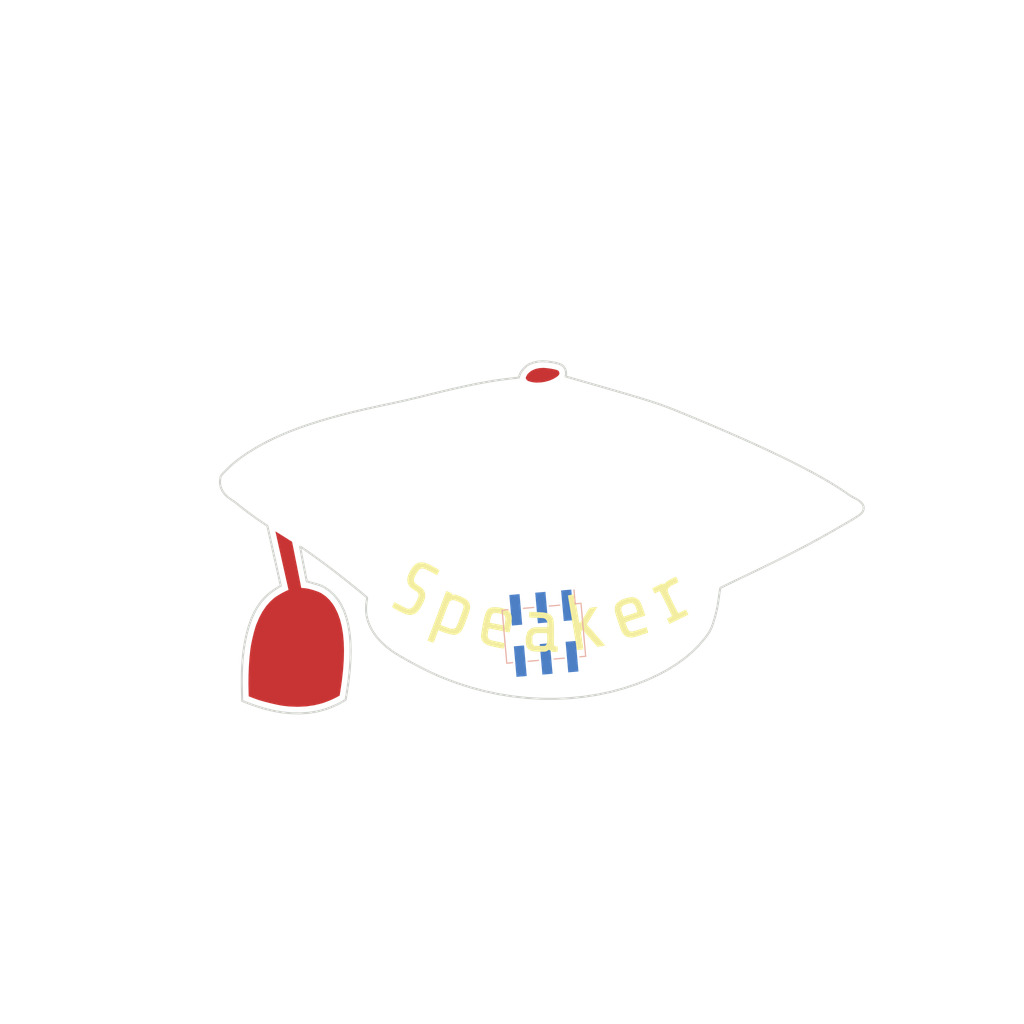
<source format=kicad_pcb>
(kicad_pcb (version 20221018) (generator pcbnew)
  (layers (0 "F.Cu" signal) (31 "B.Cu" signal) (34 "B.Paste" user) (35 "F.Paste" user) (36 "B.SilkS" user "B.Silkscreen") (37 "F.SilkS" user "F.Silkscreen") (38 "B.Mask" user) (39 "F.Mask" user) (44 "Edge.Cuts" user))
  (net 0 "")
  (footprint "LOGO" (layer "F.Cu") (at 149.430344 93.524655 -15)
    (fp_text reference "G***" hide)
    (fp_text value "LOGO" hide)
    (fp_poly (pts (xy 2.577024 -13.952746) (xy 2.674636 -13.932868) (xy 2.746643 -13.890143) (xy 2.781238 -13.858234) (xy 2.863001 -13.739565) (xy 2.875692 -13.609354) (xy 2.818252 -13.458462) (xy 2.718004 -13.312797) (xy 2.447611 -13.027273) (xy 2.113728 -12.76732) (xy 1.732406 -12.542445) (xy 1.319698 -12.362155) (xy 0.904551 -12.23886) (xy 0.683351 -12.200763) (xy 0.450197 -12.180758) (xy 0.234691 -12.180153) (xy 0.066434 -12.200257) (xy 0.060863 -12.201569) (xy -0.027327 -12.242849) (xy -0.115429 -12.308444) (xy -0.175381 -12.377957) (xy -0.195477 -12.457655) (xy -0.186621 -12.572444) (xy -0.110954 -12.838198) (xy 0.037243 -13.090049) (xy 0.249603 -13.32051) (xy 0.51776 -13.52209) (xy 0.833346 -13.687299) (xy 1.187996 -13.808649) (xy 1.196965 -13.810973) (xy 1.423865 -13.858751) (xy 1.699922 -13.900981) (xy 1.993159 -13.933854) (xy 2.271602 -13.953558) (xy 2.426206 -13.957495)) (fill solid) (layer "F.Cu"))
    (fp_poly (pts (xy -19.908743 8.421137) (xy -19.806004 8.450406) (xy -19.651994 8.495963) (xy -19.459787 8.553789) (xy -19.242456 8.619863) (xy -19.013075 8.690168) (xy -18.784717 8.760684) (xy -18.570457 8.827391) (xy -18.383367 8.886271) (xy -18.236522 8.933305) (xy -18.142995 8.964473) (xy -18.115301 8.975326) (xy -18.095223 9.013353) (xy -18.042575 9.117644) (xy -17.960609 9.281647) (xy -17.852577 9.498811) (xy -17.72173 9.762582) (xy -17.571319 10.066411) (xy -17.404595 10.403743) (xy -17.22481 10.768027) (xy -17.089547 11.04242) (xy -16.078112 13.095195) (xy -15.778752 13.036702) (xy -15.541378 13.0055) (xy -15.253491 12.991024) (xy -14.939384 12.992375) (xy -14.623348 13.008652) (xy -14.329678 13.038957) (xy -14.082664 13.082391) (xy -14.005355 13.102363) (xy -13.537806 13.276447) (xy -13.096996 13.520071) (xy -12.676322 13.837342) (xy -12.38662 14.109182) (xy -11.989241 14.564736) (xy -11.622252 15.092645) (xy -11.285523 15.69329) (xy -10.978923 16.367055) (xy -10.702319 17.114322) (xy -10.45558 17.935475) (xy -10.238576 18.830897) (xy -10.051175 19.800969) (xy -9.893245 20.846076) (xy -9.796023 21.660973) (xy -9.729409 22.283767) (xy -9.88587 22.445849) (xy -10.049251 22.601309) (xy -10.262683 22.784294) (xy -10.507052 22.979885) (xy -10.763246 23.173161) (xy -11.012149 23.349204) (xy -11.201517 23.472789) (xy -11.879374 23.846386) (xy -12.608457 24.15904) (xy -13.384997 24.409479) (xy -14.205223 24.596431) (xy -14.809904 24.689665) (xy -15.086948 24.717422) (xy -15.423416 24.740227) (xy -15.797702 24.757541) (xy -16.188197 24.768825) (xy -16.573297 24.773541) (xy -16.931395 24.771151) (xy -17.240884 24.761114) (xy -17.366134 24.7534) (xy -17.578178 24.736456) (xy -17.791989 24.717502) (xy -17.974627 24.699533) (xy -18.045352 24.691688) (xy -18.298531 24.661777) (xy -18.375986 24.411008) (xy -18.624364 23.55828) (xy -18.848636 22.690178) (xy -19.044107 21.827488) (xy -19.206084 20.990998) (xy -19.329871 20.201497) (xy -19.334681 20.165814) (xy -19.369591 19.846086) (xy -19.396817 19.477946) (xy -19.415804 19.082939) (xy -19.425999 18.68261) (xy -19.426849 18.298503) (xy -19.417799 17.952164) (xy -19.39882 17.670447) (xy -19.299017 16.960307) (xy -19.1445 16.306261) (xy -18.935758 15.709716) (xy -18.673275 15.172076) (xy -18.380448 14.724952) (xy -18.253817 14.570765) (xy -18.085246 14.385433) (xy -17.893513 14.187789) (xy -17.697398 13.996665) (xy -17.515677 13.830896) (xy -17.369629 13.711172) (xy -17.231111 13.607929) (xy -18.591759 11.013629) (xy -18.814441 10.588816) (xy -19.02564 10.18546) (xy -19.222395 9.80924) (xy -19.401749 9.465836) (xy -19.560741 9.160928) (xy -19.696413 8.900196) (xy -19.805805 8.689319) (xy -19.885958 8.533977) (xy -19.933912 8.43985) (xy -19.947137 8.412174)) (fill solid) (layer "F.Cu"))
    (fp_poly (pts (xy 19.028155 2.559217) (xy 19.066728 2.590383) (xy 19.137256 2.665583) (xy 19.222537 2.764286) (xy 19.305365 2.865962) (xy 19.368536 2.950079) (xy 19.394846 2.996107) (xy 19.394889 2.996856) (xy 19.365866 3.034486) (xy 19.287103 3.112406) (xy 19.171052 3.218784) (xy 19.047369 3.327059) (xy 18.833686 3.522376) (xy 18.687089 3.688076) (xy 18.60366 3.833837) (xy 18.579484 3.969339) (xy 18.610644 4.104261) (xy 18.681499 4.231335) (xy 18.735815 4.302953) (xy 18.830562 4.419146) (xy 18.95736 4.570323) (xy 19.107831 4.746894) (xy 19.273597 4.939267) (xy 19.446278 5.137853) (xy 19.617495 5.333061) (xy 19.77887 5.515301) (xy 19.922025 5.674982) (xy 20.03858 5.802513) (xy 20.120156 5.888305) (xy 20.158375 5.922767) (xy 20.159457 5.923023) (xy 20.199445 5.897557) (xy 20.285715 5.829717) (xy 20.403914 5.731062) (xy 20.49033 5.656531) (xy 20.794557 5.390978) (xy 20.981015 5.603578) (xy 21.167474 5.816178) (xy 20.494201 6.404057) (xy 20.290633 6.582008) (xy 20.101881 6.747391) (xy 19.938587 6.890849) (xy 19.811395 7.003025) (xy 19.730949 7.074565) (xy 19.715622 7.08844) (xy 19.610317 7.184944) (xy 19.421506 6.963938) (xy 19.232694 6.742931) (xy 19.435516 6.573118) (xy 19.539407 6.481969) (xy 19.612548 6.409839) (xy 19.638339 6.373978) (xy 19.612616 6.335907) (xy 19.540564 6.246336) (xy 19.429858 6.114022) (xy 19.288175 5.947721) (xy 19.123189 5.756189) (xy 18.942577 5.548182) (xy 18.754013 5.332455) (xy 18.565174 5.117765) (xy 18.383735 4.912869) (xy 18.217372 4.726522) (xy 18.073761 4.567479) (xy 17.960576 4.444498) (xy 17.885493 4.366334) (xy 17.856689 4.341533) (xy 17.81136 4.366472) (xy 17.725614 4.431513) (xy 17.629423 4.512706) (xy 17.434959 4.68388) (xy 17.258534 4.483386) (xy 17.168568 4.377739) (xy 17.105006 4.296593) (xy 17.082109 4.258681) (xy 17.110956 4.224639) (xy 17.190173 4.147757) (xy 17.30877 4.038305) (xy 17.455761 3.90655) (xy 17.510768 3.858046) (xy 17.681428 3.709471) (xy 17.802751 3.60859) (xy 17.885535 3.548605) (xy 17.940577 3.522722) (xy 17.978675 3.524143) (xy 18.008918 3.544511) (xy 18.051568 3.574256) (xy 18.086359 3.562521) (xy 18.127473 3.497144) (xy 18.171041 3.40548) (xy 18.240461 3.284345) (xy 18.345291 3.154768) (xy 18.497526 3.003159) (xy 18.634992 2.879895) (xy 18.779703 2.755465) (xy 18.901786 2.653707) (xy 18.988676 2.584871) (xy 19.027804 2.559207)) (fill solid) (layer "F.SilkS"))
    (fp_poly (pts (xy 3.905947 9.948104) (xy 4.121783 10.030801) (xy 4.267304 10.134562) (xy 4.383321 10.25284) (xy 4.474875 10.381816) (xy 4.545551 10.533529) (xy 4.598934 10.720022) (xy 4.638611 10.953334) (xy 4.668166 11.245508) (xy 4.687895 11.547082) (xy 4.714875 12.037455) (xy 3.929722 12.086615) (xy 3.666354 12.103511) (xy 3.413209 12.12049) (xy 3.18827 12.136289) (xy 3.009525 12.149649) (xy 2.900056 12.158822) (xy 2.655544 12.181869) (xy 2.668732 12.471366) (xy 2.697622 12.749463) (xy 2.757095 12.957579) (xy 2.849417 13.101784) (xy 2.927249 13.16361) (xy 2.981984 13.191788) (xy 3.043859 13.210876) (xy 3.127009 13.221725) (xy 3.245568 13.225188) (xy 3.413672 13.222115) (xy 3.645455 13.21336) (xy 3.7083 13.210673) (xy 3.936412 13.199764) (xy 4.140898 13.188045) (xy 4.305778 13.176579) (xy 4.415073 13.166432) (xy 4.447213 13.161446) (xy 4.493294 13.157103) (xy 4.522253 13.18292) (xy 4.541427 13.255144) (xy 4.558149 13.39002) (xy 4.560448 13.412255) (xy 4.57208 13.551724) (xy 4.57577 13.655704) (xy 4.570753 13.701558) (xy 4.522183 13.713623) (xy 4.408655 13.727659) (xy 4.246301 13.742569) (xy 4.051254 13.757254) (xy 3.839648 13.770617) (xy 3.627617 13.781558) (xy 3.431292 13.78898) (xy 3.266807 13.791785) (xy 3.246007 13.79174) (xy 3.056545 13.783469) (xy 2.870991 13.763309) (xy 2.724926 13.735325) (xy 2.706654 13.730105) (xy 2.49383 13.625333) (xy 2.308754 13.459371) (xy 2.17115 13.25178) (xy 2.134089 13.162255) (xy 2.106927 13.048248) (xy 2.078723 12.868361) (xy 2.050698 12.637834) (xy 2.024072 12.371907) (xy 2.000066 12.085818) (xy 1.979902 11.794807) (xy 1.964799 11.514113) (xy 1.955978 11.258975) (xy 1.955453 11.173525) (xy 2.584578 11.173525) (xy 2.588836 11.274914) (xy 2.605869 11.614844) (xy 2.895507 11.590685) (xy 3.065565 11.577431) (xy 3.281906 11.561884) (xy 3.509801 11.546498) (xy 3.623618 11.539233) (xy 4.062093 11.511941) (xy 4.034839 11.182887) (xy 4.001068 10.9166) (xy 3.943668 10.721969) (xy 3.852752 10.590673) (xy 3.718434 10.514392) (xy 3.530828 10.484803) (xy 3.280048 10.493586) (xy 3.222472 10.499108) (xy 2.979954 10.531943) (xy 2.804855 10.580763) (xy 2.687471 10.657451) (xy 2.6181 10.773887) (xy 2.587036 10.941951) (xy 2.584578 11.173525) (xy 1.955453 11.173525) (xy 1.954661 11.044633) (xy 1.957302 10.955271) (xy 1.985788 10.688322) (xy 2.048147 10.470928) (xy 2.151455 10.29768) (xy 2.302789 10.163168) (xy 2.509224 10.061984) (xy 2.777838 9.988718) (xy 3.115705 9.937962) (xy 3.312466 9.919362) (xy 3.639267 9.911655)) (fill solid) (layer "F.SilkS"))
    (fp_poly (pts (xy 9.93144 6.890093) (xy 9.960489 6.952979) (xy 10.018655 7.079922) (xy 10.10146 7.261112) (xy 10.204425 7.486737) (xy 10.32307 7.746985) (xy 10.452918 8.032046) (xy 10.524202 8.188634) (xy 10.656471 8.477312) (xy 10.779063 8.741177) (xy 10.887751 8.971414) (xy 10.978306 9.15921) (xy 11.046501 9.295754) (xy 11.088109 9.372232) (xy 11.098414 9.385599) (xy 11.119274 9.350813) (xy 11.159424 9.249214) (xy 11.215047 9.09178) (xy 11.282326 8.889491) (xy 11.357443 8.653324) (xy 11.392941 8.538417) (xy 11.654613 7.683703) (xy 11.998414 7.531116) (xy 12.149799 7.466323) (xy 12.270985 7.418964) (xy 12.344754 7.395541) (xy 12.358732 7.395046) (xy 12.35197 7.436765) (xy 12.324194 7.545234) (xy 12.278445 7.709701) (xy 12.217766 7.919415) (xy 12.145196 8.163624) (xy 12.086746 8.356563) (xy 11.996943 8.657026) (xy 11.925128 8.910451) (xy 11.873065 9.109943) (xy 11.842517 9.248608) (xy 11.835248 9.319552) (xy 11.838453 9.32706) (xy 11.956012 9.402864) (xy 12.117272 9.508659) (xy 12.312797 9.638092) (xy 12.533154 9.78481) (xy 12.768909 9.942462) (xy 13.010627 10.104697) (xy 13.248874 10.265161) (xy 13.474216 10.417505) (xy 13.677218 10.555374) (xy 13.848446 10.672418) (xy 13.978466 10.762285) (xy 14.057844 10.818623) (xy 14.078544 10.835266) (xy 14.044957 10.859378) (xy 13.956524 10.906071) (xy 13.833081 10.96618) (xy 13.694467 11.030539) (xy 13.560516 11.089982) (xy 13.451067 11.135344) (xy 13.385955 11.157459) (xy 13.379434 11.158294) (xy 13.33909 11.136201) (xy 13.241037 11.07401) (xy 13.094344 10.977729) (xy 12.908081 10.853368) (xy 12.691319 10.706935) (xy 12.460542 10.54952) (xy 12.223314 10.387534) (xy 12.008284 10.241776) (xy 11.824422 10.118239) (xy 11.680702 10.022919) (xy 11.586094 9.961811) (xy 11.549709 9.940894) (xy 11.525309 9.975693) (xy 11.494084 10.061488) (xy 11.488109 10.082243) (xy 11.477264 10.135543) (xy 11.477501 10.193513) (xy 11.492655 10.267412) (xy 11.526558 10.3685) (xy 11.583046 10.508037) (xy 11.665951 10.697283) (xy 11.779108 10.947498) (xy 11.793372 10.9788) (xy 11.896318 11.206285) (xy 11.985712 11.40704) (xy 12.056757 11.570024) (xy 12.104658 11.684194) (xy 12.124617 11.738508) (xy 12.124662 11.74145) (xy 12.073845 11.766295) (xy 11.975102 11.81212) (xy 11.854671 11.866961) (xy 11.73879 11.918854) (xy 11.665336 11.950911) (xy 11.543611 12.002788) (xy 10.552297 9.825595) (xy 10.368196 9.421249) (xy 10.190575 9.031111) (xy 10.022921 8.662842) (xy 9.868721 8.324105) (xy 9.731462 8.022559) (xy 9.614632 7.765866) (xy 9.521717 7.561687) (xy 9.456205 7.417683) (xy 9.426233 7.351753) (xy 9.291482 7.055104) (xy 9.585757 6.918045) (xy 9.880032 6.780986)) (fill solid) (layer "F.SilkS"))
    (fp_poly (pts (xy -4.817757 7.602105) (xy -4.668625 7.621478) (xy -4.487931 7.656092) (xy -4.257032 7.708696) (xy -4.11837 7.742251) (xy -3.901877 7.797334) (xy -3.716017 7.848567) (xy -3.573841 7.892031) (xy -3.488397 7.923808) (xy -3.469329 7.937118) (xy -3.477644 7.993168) (xy -3.499104 8.102797) (xy -3.524091 8.219525) (xy -3.578694 8.466048) (xy -4.213708 8.309332) (xy -4.547137 8.232564) (xy -4.814023 8.187733) (xy -5.024124 8.179143) (xy -5.187196 8.211099) (xy -5.312997 8.287904) (xy -5.411286 8.413865) (xy -5.491819 8.593284) (xy -5.564354 8.830466) (xy -5.586353 8.914862) (xy -5.643485 9.17812) (xy -5.660737 9.385749) (xy -5.631286 9.548255) (xy -5.548315 9.676142) (xy -5.405003 9.779914) (xy -5.19453 9.870075) (xy -4.910077 9.95713) (xy -4.909584 9.957266) (xy -4.635342 10.069287) (xy -4.414445 10.237703) (xy -4.253487 10.457363) (xy -4.243063 10.477665) (xy -4.170097 10.677496) (xy -4.139489 10.906698) (xy -4.151349 11.176383) (xy -4.20579 11.497661) (xy -4.255343 11.70591) (xy -4.325306 11.967184) (xy -4.386045 12.164979) (xy -4.444292 12.315383) (xy -4.506776 12.434484) (xy -4.580229 12.538368) (xy -4.626785 12.59376) (xy -4.794953 12.749219) (xy -4.989828 12.85758) (xy -5.219287 12.919758) (xy -5.491206 12.936668) (xy -5.813463 12.909228) (xy -6.193935 12.838354) (xy -6.370287 12.796528) (xy -6.57935 12.742773) (xy -6.76083 12.693077) (xy -6.89987 12.651742) (xy -6.981614 12.623071) (xy -6.995817 12.615383) (xy -7.004354 12.564185) (xy -6.997453 12.461222) (xy -6.979285 12.333472) (xy -6.954022 12.207916) (xy -6.925834 12.111532) (xy -6.913956 12.085948) (xy -6.871606 12.086709) (xy -6.764068 12.105179) (xy -6.604683 12.138611) (xy -6.40679 12.18426) (xy -6.250305 12.222561) (xy -5.96598 12.291046) (xy -5.746207 12.335642) (xy -5.577903 12.356082) (xy -5.447984 12.3521) (xy -5.343366 12.323428) (xy -5.250965 12.269801) (xy -5.168007 12.200503) (xy -5.103871 12.134376) (xy -5.053589 12.059595) (xy -5.009482 11.958528) (xy -4.96387 11.813545) (xy -4.909076 11.607015) (xy -4.908429 11.604473) (xy -4.843203 11.329759) (xy -4.805023 11.1177) (xy -4.792951 10.954777) (xy -4.806051 10.827472) (xy -4.843385 10.722264) (xy -4.846808 10.715521) (xy -4.884466 10.6557) (xy -4.936857 10.60734) (xy -5.018522 10.563243) (xy -5.144001 10.516215) (xy -5.327836 10.459059) (xy -5.419209 10.43226) (xy -5.730511 10.310375) (xy -5.974409 10.144396) (xy -6.152815 9.932423) (xy -6.267643 9.672557) (xy -6.29452 9.563285) (xy -6.312707 9.336417) (xy -6.291904 9.065266) (xy -6.237685 8.773367) (xy -6.155625 8.484256) (xy -6.051296 8.221469) (xy -5.930274 8.00854) (xy -5.924353 8.000271) (xy -5.749802 7.812298) (xy -5.538257 7.685842) (xy -5.278647 7.615527) (xy -5.095909 7.598082) (xy -4.95397 7.595222)) (fill solid) (layer "F.SilkS"))
    (fp_poly (pts (xy 15.797542 5.573483) (xy 15.961119 5.618161) (xy 16.11625 5.70086) (xy 16.271739 5.828728) (xy 16.436392 6.008913) (xy 16.619011 6.248565) (xy 16.812127 6.530225) (xy 17.119889 6.994476) (xy 16.279392 7.554631) (xy 16.04811 7.70974) (xy 15.840312 7.850958) (xy 15.665253 7.97184) (xy 15.532194 8.065944) (xy 15.45039 8.126826) (xy 15.428122 8.147105) (xy 15.443624 8.203275) (xy 15.500764 8.301885) (xy 15.586331 8.425566) (xy 15.687115 8.55695) (xy 15.789903 8.67867) (xy 15.881485 8.773358) (xy 15.938904 8.818618) (xy 16.022358 8.856333) (xy 16.110407 8.868605) (xy 16.21338 8.851509) (xy 16.341606 8.801122) (xy 16.505413 8.71352) (xy 16.715128 8.584777) (xy 16.939828 8.438328) (xy 17.125637 8.316051) (xy 17.286897 8.211276) (xy 17.411904 8.131497) (xy 17.488957 8.084212) (xy 17.507937 8.074441) (xy 17.538527 8.105284) (xy 17.596967 8.183158) (xy 17.668419 8.286079) (xy 17.738043 8.392065) (xy 17.791001 8.479131) (xy 17.812454 8.525294) (xy 17.81246 8.525584) (xy 17.77997 8.557968) (xy 17.691079 8.624291) (xy 17.558657 8.716219) (xy 17.395573 8.825418) (xy 17.214697 8.943556) (xy 17.028899 9.062298) (xy 16.851049 9.173312) (xy 16.694017 9.268264) (xy 16.570671 9.33882) (xy 16.505697 9.371748) (xy 16.288017 9.442802) (xy 16.05858 9.475657) (xy 15.847356 9.467666) (xy 15.735348 9.439809) (xy 15.532459 9.330404) (xy 15.331427 9.159961) (xy 15.240773 9.059809) (xy 15.176964 8.975408) (xy 15.079079 8.836801) (xy 14.956225 8.657743) (xy 14.817508 8.451991) (xy 14.672032 8.233303) (xy 14.528905 8.015434) (xy 14.397232 7.812142) (xy 14.286119 7.637183) (xy 14.204672 7.504314) (xy 14.16705 7.43768) (xy 14.055564 7.158882) (xy 14.024392 6.940368) (xy 14.660122 6.940368) (xy 14.665932 6.967982) (xy 14.701284 7.058871) (xy 14.765351 7.179857) (xy 14.846672 7.313794) (xy 14.933787 7.443534) (xy 15.015237 7.55193) (xy 15.079559 7.621835) (xy 15.113471 7.637591) (xy 15.15989 7.607849) (xy 15.261489 7.54133) (xy 15.405878 7.44619) (xy 15.580665 7.330589) (xy 15.702556 7.249767) (xy 15.887729 7.126739) (xy 16.04785 7.020113) (xy 16.171293 6.937649) (xy 16.24643 6.887111) (xy 16.263927 6.875001) (xy 16.248909 6.838895) (xy 16.197264 6.751634) (xy 16.118475 6.628842) (xy 16.074089 6.562296) (xy 15.92236 6.362105) (xy 15.77867 6.233581) (xy 15.631299 6.175011) (xy 15.468531 6.18468) (xy 15.278648 6.260874) (xy 15.049931 6.401879) (xy 15.037256 6.410606) (xy 14.84477 6.557769) (xy 14.722229 6.688396) (xy 14.662919 6.812569) (xy 14.660122 6.940368) (xy 14.024392 6.940368) (xy 14.018775 6.900993) (xy 14.058042 6.659223) (xy 14.174727 6.428778) (xy 14.370191 6.204868) (xy 14.563127 6.042998) (xy 14.889916 5.819006) (xy 15.186166 5.663477) (xy 15.449203 5.577639) (xy 15.616714 5.559677)) (fill solid) (layer "F.SilkS"))
    (fp_poly (pts (xy 7.875991 9.263268) (xy 8.047882 9.299064) (xy 8.19756 9.3654) (xy 8.333317 9.46056) (xy 8.410629 9.53413) (xy 8.480898 9.625583) (xy 8.547555 9.743749) (xy 8.614032 9.897457) (xy 8.68376 10.095538) (xy 8.760169 10.346821) (xy 8.846691 10.660136) (xy 8.942957 11.029452) (xy 9.015665 11.308632) (xy 9.084516 11.563617) (xy 9.146304 11.783264) (xy 9.197825 11.956429) (xy 9.235872 12.07197) (xy 9.255902 12.117424) (xy 9.343057 12.161098) (xy 9.469628 12.165882) (xy 9.633328 12.154062) (xy 9.691118 12.390841) (xy 9.721089 12.527049) (xy 9.721485 12.614125) (xy 9.679804 12.668693) (xy 9.583544 12.707373) (xy 9.424052 12.745919) (xy 9.279781 12.771375) (xy 9.170337 12.767363) (xy 9.054243 12.732043) (xy 9.046935 12.729192) (xy 8.882347 12.66454) (xy 8.751516 12.807302) (xy 8.692918 12.86576) (xy 8.629051 12.912028) (xy 8.544691 12.952262) (xy 8.424611 12.992618) (xy 8.253583 13.039253) (xy 8.055388 13.088769) (xy 7.768046 13.155739) (xy 7.542902 13.198692) (xy 7.365002 13.218765) (xy 7.219392 13.217101) (xy 7.091118 13.194837) (xy 7.00666 13.16869) (xy 6.845579 13.092802) (xy 6.722804 12.984804) (xy 6.615845 12.823334) (xy 6.588776 12.771783) (xy 6.486415 12.52037) (xy 6.415566 12.243293) (xy 6.378401 11.961815) (xy 6.377631 11.80632) (xy 6.987668 11.80632) (xy 6.99447 11.890429) (xy 7.021816 12.013925) (xy 7.054345 12.138032) (xy 7.117262 12.348612) (xy 7.179478 12.492587) (xy 7.250729 12.583826) (xy 7.34075 12.636201) (xy 7.41848 12.656853) (xy 7.461247 12.648804) (xy 7.563505 12.62512) (xy 7.706129 12.590288) (xy 7.763368 12.57596) (xy 7.999675 12.516115) (xy 8.169862 12.471674) (xy 8.286579 12.438543) (xy 8.362478 12.412627) (xy 8.410212 12.389833) (xy 8.442433 12.366065) (xy 8.458079 12.351141) (xy 8.501396 12.268691) (xy 8.520702 12.154561) (xy 8.520767 12.148103) (xy 8.511149 12.041578) (xy 8.48543 11.894318) (xy 8.448316 11.724318) (xy 8.404511 11.549573) (xy 8.358721 11.388077) (xy 8.31565 11.257826) (xy 8.280004 11.176815) (xy 8.262165 11.159035) (xy 8.178441 11.171412) (xy 8.039863 11.202784) (xy 7.866715 11.247402) (xy 7.679276 11.299516) (xy 7.49783 11.353375) (xy 7.342656 11.40323) (xy 7.234038 11.443332) (xy 7.199811 11.460214) (xy 7.112003 11.543584) (xy 7.036159 11.656147) (xy 7.031284 11.666009) (xy 7.000307 11.739035) (xy 6.987668 11.80632) (xy 6.377631 11.80632) (xy 6.377091 11.697202) (xy 6.41381 11.470717) (xy 6.446555 11.379631) (xy 6.570244 11.19236) (xy 6.751035 11.029051) (xy 6.938339 10.922859) (xy 7.031657 10.889784) (xy 7.183513 10.843462) (xy 7.373595 10.789809) (xy 7.581585 10.734746) (xy 7.600712 10.729867) (xy 7.795028 10.679398) (xy 7.959478 10.634673) (xy 8.078805 10.599991) (xy 8.137753 10.57965) (xy 8.140998 10.577639) (xy 8.144082 10.527135) (xy 8.124336 10.424867) (xy 8.088205 10.294755) (xy 8.042137 10.16072) (xy 8.004459 10.070976) (xy 7.896817 9.930802) (xy 7.741399 9.842808) (xy 7.599699 9.820147) (xy 7.522082 9.830249) (xy 7.382466 9.857474) (xy 7.197323 9.898267) (xy 6.983124 9.949073) (xy 6.857197 9.980427) (xy 6.64273 10.032691) (xy 6.456533 10.074162) (xy 6.312415 10.102075) (xy 6.224183 10.113666) (xy 6.203484 10.111317) (xy 6.181461 10.059493) (xy 6.149019 9.953115) (xy 6.118372 9.835899) (xy 6.058067 9.58889) (xy 6.752243 9.420004) (xy 7.120014 9.336381) (xy 7.42276 9.282201) (xy 7.671184 9.257739)) (fill solid) (layer "F.SilkS"))
    (fp_poly (pts (xy -2.186574 9.719452) (xy -2.140335 9.723676) (xy -1.946397 9.746147) (xy -1.819587 9.766517) (xy -1.746129 9.788968) (xy -1.712244 9.81768) (xy -1.704153 9.856021) (xy -1.698366 9.898214) (xy -1.667771 9.909901) (xy -1.592519 9.892377) (xy -1.517202 9.868224) (xy -1.414333 9.840133) (xy -1.308092 9.827117) (xy -1.175425 9.828539) (xy -0.993277 9.843761) (xy -0.91872 9.851667) (xy -0.716117 9.878428) (xy -0.517922 9.912451) (xy -0.354847 9.948158) (xy -0.297075 9.964576) (xy -0.034014 10.087068) (xy 0.169245 10.2636) (xy 0.310021 10.490988) (xy 0.385631 10.766048) (xy 0.387122 10.776941) (xy 0.390294 10.873695) (xy 0.38508 11.035929) (xy 0.372819 11.24856) (xy 0.35485 11.496502) (xy 0.332513 11.76467) (xy 0.307147 12.03798) (xy 0.280092 12.301348) (xy 0.252686 12.539688) (xy 0.226269 12.737916) (xy 0.202181 12.880948) (xy 0.19896 12.896215) (xy 0.103073 13.177015) (xy -0.047127 13.405693) (xy -0.245749 13.575423) (xy -0.473952 13.675856) (xy -0.587818 13.693318) (xy -0.76336 13.70301) (xy -0.981515 13.705297) (xy -1.223218 13.700542) (xy -1.469404 13.689107) (xy -1.701008 13.671357) (xy -1.890993 13.648852) (xy -2.057546 13.624122) (xy -2.106499 14.146006) (xy -2.131833 14.416378) (xy -2.152202 14.616467) (xy -2.171106 14.756699) (xy -2.192047 14.847499) (xy -2.218525 14.899292) (xy -2.25404 14.922504) (xy -2.302094 14.927559) (xy -2.366186 14.924884) (xy -2.368014 14.924808) (xy -2.520846 14.916044) (xy -2.670934 14.903703) (xy -2.685178 14.902245) (xy -2.782578 14.886596) (xy -2.820033 14.852395) (xy -2.8186 14.776235) (xy -2.81593 14.75691) (xy -2.809515 14.700161) (xy -2.796067 14.572261) (xy -2.776434 14.381686) (xy -2.751464 14.136911) (xy -2.722005 13.846414) (xy -2.688903 13.518668) (xy -2.653008 13.162151) (xy -2.638697 13.01965) (xy -1.97839 13.01965) (xy -1.974719 13.051585) (xy -1.923686 13.06721) (xy -1.810262 13.085665) (xy -1.653074 13.105204) (xy -1.470753 13.12408) (xy -1.281926 13.140546) (xy -1.105224 13.152856) (xy -0.959275 13.159262) (xy -0.862707 13.158018) (xy -0.852076 13.156856) (xy -0.724456 13.125682) (xy -0.615977 13.078126) (xy -0.61538 13.077753) (xy -0.560771 13.034813) (xy -0.515321 12.975012) (xy -0.476881 12.889002) (xy -0.443296 12.767437) (xy -0.412416 12.60097) (xy -0.382088 12.380255) (xy -0.35016 12.095945) (xy -0.319873 11.794389) (xy -0.290383 11.485597) (xy -0.269242 11.246992) (xy -0.25611 11.068076) (xy -0.250651 10.938352) (xy -0.252527 10.847323) (xy -0.261399 10.784491) (xy -0.276931 10.739358) (xy -0.285395 10.723091) (xy -0.361676 10.615038) (xy -0.458871 10.536859) (xy -0.593013 10.481342) (xy -0.780131 10.441275) (xy -0.966076 10.416893) (xy -1.159908 10.397198) (xy -1.294016 10.389873) (xy -1.389006 10.395791) (xy -1.465486 10.415825) (xy -1.522801 10.4405) (xy -1.659857 10.543379) (xy -1.720147 10.641228) (xy -1.735965 10.709667) (xy -1.757146 10.842663) (xy -1.782393 11.027926) (xy -1.810407 11.253167) (xy -1.83989 11.506098) (xy -1.869544 11.774429) (xy -1.898072 12.045872) (xy -1.924176 12.308138) (xy -1.946558 12.548937) (xy -1.963919 12.755982) (xy -1.974962 12.916982) (xy -1.97839 13.01965) (xy -2.638697 13.01965) (xy -2.615165 12.785337) (xy -2.576223 12.396704) (xy -2.537029 12.004725) (xy -2.498432 11.617878) (xy -2.461277 11.244638) (xy -2.426414 10.893481) (xy -2.394688 10.572882) (xy -2.366949 10.291318) (xy -2.344044 10.057264) (xy -2.32682 9.879196) (xy -2.316124 9.76559) (xy -2.312779 9.725288) (xy -2.276894 9.716888)) (fill solid) (layer "F.SilkS"))
    (fp_poly (pts (xy 2.663029 -14.593132) (xy 2.834112 -14.564704) (xy 2.979199 -14.512673) (xy 3.116315 -14.433559) (xy 3.16159 -14.401855) (xy 3.308959 -14.257146) (xy 3.42983 -14.067959) (xy 3.50823 -13.864225) (xy 3.529636 -13.712182) (xy 3.530032 -13.567974) (xy 6.319569 -13.518169) (xy 7.189225 -13.502426) (xy 7.983151 -13.487492) (xy 8.70676 -13.473105) (xy 9.365464 -13.459003) (xy 9.964676 -13.444924) (xy 10.50981 -13.430605) (xy 11.006277 -13.415785) (xy 11.459491 -13.400201) (xy 11.874865 -13.383592) (xy 12.257812 -13.365694) (xy 12.613744 -13.346247) (xy 12.948074 -13.324987) (xy 13.266215 -13.301653) (xy 13.573581 -13.275982) (xy 13.875582 -13.247713) (xy 14.177634 -13.216583) (xy 14.485148 -13.182331) (xy 14.803537 -13.144693) (xy 15.138215 -13.103408) (xy 15.296806 -13.083414) (xy 17.024499 -12.858701) (xy 18.680521 -12.631609) (xy 20.264182 -12.402275) (xy 21.774792 -12.170832) (xy 23.211662 -11.937415) (xy 24.574102 -11.702159) (xy 25.861422 -11.465197) (xy 27.072934 -11.226666) (xy 28.207947 -10.986698) (xy 29.265772 -10.74543) (xy 30.245719 -10.502995) (xy 31.147098 -10.259528) (xy 31.969221 -10.015164) (xy 32.711398 -9.770037) (xy 33.210703 -9.587476) (xy 33.423448 -9.514506) (xy 33.660189 -9.446433) (xy 33.87699 -9.395635) (xy 33.920767 -9.38746) (xy 34.276813 -9.302804) (xy 34.568714 -9.185477) (xy 34.793637 -9.037972) (xy 34.948752 -8.86278) (xy 35.031225 -8.662393) (xy 35.038225 -8.439302) (xy 35.033412 -8.408584) (xy 35.015002 -8.322872) (xy 34.988113 -8.238979) (xy 34.94815 -8.151459) (xy 34.89052 -8.054866) (xy 34.810626 -7.943754) (xy 34.703874 -7.812677) (xy 34.565671 -7.656189) (xy 34.39142 -7.468844) (xy 34.176528 -7.245195) (xy 33.9164 -6.979798) (xy 33.60644 -6.667206) (xy 33.332429 -6.392429) (xy 32.83057 -5.891965) (xy 32.348102 -5.415333) (xy 31.879144 -4.957175) (xy 31.417816 -4.512131) (xy 30.958237 -4.074842) (xy 30.494526 -3.639951) (xy 30.020802 -3.202098) (xy 29.531186 -2.755925) (xy 29.019797 -2.296072) (xy 28.480753 -1.817182) (xy 27.908175 -1.313895) (xy 27.296181 -0.780853) (xy 26.638892 -0.212696) (xy 25.930426 0.395933) (xy 25.164903 1.050393) (xy 25.162588 1.052368) (xy 24.850129 1.319535) (xy 24.556548 1.571678) (xy 24.287619 1.80376) (xy 24.049119 2.010744) (xy 23.846822 2.187591) (xy 23.686505 2.329265) (xy 23.573943 2.430727) (xy 23.514913 2.486939) (xy 23.507376 2.496066) (xy 23.506153 2.550746) (xy 23.514588 2.670782) (xy 23.531278 2.841136) (xy 23.554824 3.046773) (xy 23.570039 3.168317) (xy 23.626496 3.623887) (xy 23.669622 4.017201) (xy 23.700524 4.365859) (xy 23.720312 4.687459) (xy 23.730094 4.999602) (xy 23.730978 5.319885) (xy 23.725069 5.63012) (xy 23.711748 5.994178) (xy 23.690614 6.297689) (xy 23.657315 6.561178) (xy 23.607501 6.805176) (xy 23.536817 7.05021) (xy 23.440914 7.316807) (xy 23.315438 7.625497) (xy 23.288597 7.688951) (xy 22.905736 8.489917) (xy 22.443685 9.277724) (xy 21.903525 10.051134) (xy 21.286336 10.80891) (xy 20.593198 11.549814) (xy 19.825191 12.272608) (xy 18.983395 12.976054) (xy 18.093487 13.641497) (xy 16.980228 14.381803) (xy 15.817935 15.059952) (xy 14.610871 15.674982) (xy 13.363299 16.225931) (xy 12.079482 16.711837) (xy 10.763681 17.13174) (xy 9.420159 17.484677) (xy 8.053178 17.769687) (xy 6.667002 17.985808) (xy 5.265893 18.132078) (xy 3.854113 18.207535) (xy 2.435925 18.211218) (xy 1.015591 18.142166) (xy -0.402627 17.999416) (xy -0.912939 17.929639) (xy -1.367456 17.857393) (xy -1.861545 17.768691) (xy -2.382915 17.666428) (xy -2.919274 17.553499) (xy -3.458333 17.432799) (xy -3.987801 17.307222) (xy -4.495387 17.179662) (xy -4.9688 17.053014) (xy -5.39575 16.930173) (xy -5.763946 16.814032) (xy -5.994797 16.732821) (xy -6.631837 16.46274) (xy -7.216542 16.149412) (xy -7.744825 15.796396) (xy -8.212599 15.407254) (xy -8.615776 14.985544) (xy -8.950268 14.534826) (xy -9.211987 14.058659) (xy -9.29737 13.856743) (xy -9.385179 13.599597) (xy -9.462549 13.316422) (xy -9.523773 13.033167) (xy -9.563147 12.775781) (xy -9.575185 12.593386) (xy -9.584982 12.462707) (xy -9.609702 12.369356) (xy -9.626437 12.345136) (xy -9.689152 12.308679) (xy -9.81846 12.244058) (xy -10.006275 12.15486) (xy -10.244509 12.044672) (xy -10.525077 11.917082) (xy -10.83989 11.775676) (xy -11.180861 11.624041) (xy -11.539905 11.465765) (xy -11.908932 11.304435) (xy -12.279858 11.143637) (xy -12.644594 10.986959) (xy -12.995053 10.837988) (xy -13.323149 10.700311) (xy -13.497757 10.627975) (xy -13.832892 10.491216) (xy -14.188455 10.348488) (xy -14.556666 10.202718) (xy -14.929749 10.056835) (xy -15.299926 9.913765) (xy -15.659421 9.776437) (xy -16.000454 9.647779) (xy -16.31525 9.530719) (xy -16.59603 9.428185) (xy -16.835017 9.343104) (xy -17.024434 9.278404) (xy -17.156504 9.237013) (xy -17.223448 9.22186) (xy -17.229818 9.223002) (xy -17.216125 9.26182) (xy -17.169998 9.365784) (xy -17.095036 9.527326) (xy -16.994837 9.738882) (xy -16.873 9.992883) (xy -16.733124 10.281764) (xy -16.578807 10.597959) (xy -16.484878 10.789313) (xy -15.722843 12.33853) (xy -14.972204 12.350218) (xy -14.684813 12.356148) (xy -14.461566 12.364892) (xy -14.285466 12.378073) (xy -14.139516 12.397312) (xy -14.006718 12.424232) (xy -13.896964 12.452826) (xy -13.344141 12.649401) (xy -12.823768 12.92035) (xy -12.33585 13.265664) (xy -11.88039 13.685337) (xy -11.457392 14.179359) (xy -11.066861 14.747724) (xy -10.708799 15.390423) (xy -10.383212 16.107449) (xy -10.090102 16.898794) (xy -9.829475 17.76445) (xy -9.601333 18.70441) (xy -9.40568 19.718665) (xy -9.242522 20.807208) (xy -9.111861 21.970031) (xy -9.111729 21.971405) (xy -9.05759 22.539457) (xy -9.30651 22.796497) (xy -9.511207 22.993935) (xy -9.763866 23.216165) (xy -10.043111 23.445817) (xy -10.327565 23.665525) (xy -10.595852 23.857918) (xy -10.691533 23.921828) (xy -11.393866 24.331081) (xy -12.144996 24.676509) (xy -12.943103 24.957717) (xy -13.786367 25.174308) (xy -14.672968 25.325888) (xy -15.601087 25.41206) (xy -16.568903 25.43243) (xy -17.467571 25.394515) (xy -17.715194 25.374988) (xy -17.987284 25.350297) (xy -18.243575 25.324229) (xy -18.376766 25.309049) (xy -18.79906 25.257987) (xy -19.036066 24.466773) (xy -19.297844 23.555398) (xy -19.518579 22.703766) (xy -19.699983 21.90265) (xy -19.843768 21.142817) (xy -19.951645 20.41504) (xy -20.025327 19.710088) (xy -20.066525 19.018731) (xy -20.070834 18.887699) (xy -20.06914 18.086003) (xy -20.015397 17.343369) (xy -19.908219 16.655468) (xy -19.746223 16.017972) (xy -19.528021 15.426549) (xy -19.252229 14.876871) (xy -18.91746 14.364607) (xy -18.522329 13.885428) (xy -18.44271 13.800279) (xy -18.070911 13.410064) (xy -19.46091 10.752396) (xy -20.850908 8.094728) (xy -21.472019 7.881471) (xy -22.064723 7.672069) (xy -22.63997 7.457391) (xy -23.180975 7.243996) (xy -23.670948 7.038442) (xy -23.959584 6.909632) (xy -24.190581 6.807376) (xy -24.428332 6.70876) (xy -24.648443 6.623491) (xy -24.826517 6.561274) (xy -24.86427 6.549674) (xy -25.293659 6.392239) (xy -25.66124 6.191539) (xy -25.963731 5.94994) (xy -26.197849 5.669809) (xy -26.282678 5.526759) (xy -26.362041 5.365447) (xy -26.416482 5.223312) (xy -26.455059 5.069805) (xy -26.486828 4.874373) (xy -26.495715 4.808147) (xy -26.508115 4.700082) (xy -26.508748 4.614429) (xy -26.492061 4.531236) (xy -26.452503 4.430554) (xy -26.38452 4.292432) (xy -26.315034 4.158945) (xy -25.967862 3.549423) (xy -25.564654 2.941913) (xy -25.100701 2.330391) (xy -24.571293 1.708835) (xy -23.971721 1.07122) (xy -23.649776 0.75001) (xy -23.065898 0.199433) (xy -22.443074 -0.34682) (xy -21.777932 -0.890933) (xy -21.067098 -1.435091) (xy -20.307198 -1.981479) (xy -19.494859 -2.532281) (xy -18.626708 -3.089681) (xy -17.699371 -3.655863) (xy -16.709475 -4.233013) (xy -15.653647 -4.823315) (xy -14.528512 -5.428953) (xy -13.330699 -6.052111) (xy -12.476837 -6.485029) (xy -12.118764 -6.66704) (xy -11.708353 -6.879424) (xy -11.263847 -7.11251) (xy -10.803486 -7.356625) (xy -10.345514 -7.602097) (xy -9.908173 -7.839252) (xy -9.514856 -8.05556) (xy -8.614173 -8.552634) (xy -7.776565 -9.009347) (xy -6.996387 -9.428498) (xy -6.267992 -9.812888) (xy -5.585736 -10.165315) (xy -4.943972 -10.48858) (xy -4.337056 -10.785482) (xy -3.759341 -11.05882) (xy -3.205181 -11.311394) (xy -2.668933 -11.546004) (xy -2.144949 -11.76545) (xy -1.627584 -11.972529) (xy -1.572971 -11.993843) (xy -0.85345 -12.273962) (xy -0.852763 -12.46242) (xy -0.819823 -12.728995) (xy -0.730133 -13.017323) (xy -0.594678 -13.304462) (xy -0.424441 -13.567471) (xy -0.230406 -13.783411) (xy -0.212662 -13.799304) (xy 0.123493 -14.050968) (xy 0.504616 -14.253057) (xy 0.936458 -14.407486) (xy 1.424772 -14.516171) (xy 1.975309 -14.581027) (xy 2.170767 -14.593096) (xy 2.447923 -14.601436)) (stroke (width 0.2)) (fill none) (layer "Edge.Cuts"))
  )
  (footprint "Connector_PinSocket_2.54mm:PinSocket_2x03_P2.54mm_Vertical_SMD" (layer "B.Cu") (at 154.233554 106.442868 95)
    (fp_text reference "SAO" hide)
    (fp_text value "Conn_02x03_Top_Bottom" hide)
    (fp_line (start -2.6 -3.87) (end 2.6 -3.87) (stroke (width 0.12)) (layer "B.SilkS"))
    (fp_line (start -2.6 -3.3) (end -2.6 -3.87) (stroke (width 0.12)) (layer "B.SilkS"))
    (fp_line (start -2.6 -0.76) (end -2.6 -1.78) (stroke (width 0.12)) (layer "B.SilkS"))
    (fp_line (start -2.6 1.78) (end -2.6 0.76) (stroke (width 0.12)) (layer "B.SilkS"))
    (fp_line (start -2.6 3.87) (end -2.6 3.3) (stroke (width 0.12)) (layer "B.SilkS"))
    (fp_line (start -2.6 3.87) (end 2.6 3.87) (stroke (width 0.12)) (layer "B.SilkS"))
    (fp_line (start 2.6 -3.3) (end 2.6 -3.87) (stroke (width 0.12)) (layer "B.SilkS"))
    (fp_line (start 2.6 -0.76) (end 2.6 -1.78) (stroke (width 0.12)) (layer "B.SilkS"))
    (fp_line (start 2.6 1.78) (end 2.6 0.76) (stroke (width 0.12)) (layer "B.SilkS"))
    (fp_line (start 2.6 3.3) (end 3.96 3.3) (stroke (width 0.12)) (layer "B.SilkS"))
    (fp_line (start 2.6 3.87) (end 2.6 3.3) (stroke (width 0.12)) (layer "B.SilkS"))
    (pad "1" smd rect (at 2.52 2.54 95) (size 3 1) (layers "B.Cu" "B.Paste" "B.Mask"))
    (pad "2" smd rect (at -2.52 2.54 95) (size 3 1) (layers "B.Cu" "B.Paste" "B.Mask"))
    (pad "3" smd rect (at 2.52 0 95) (size 3 1) (layers "B.Cu" "B.Paste" "B.Mask"))
    (pad "4" smd rect (at -2.52 0 95) (size 3 1) (layers "B.Cu" "B.Paste" "B.Mask"))
    (pad "5" smd rect (at 2.52 -2.54 95) (size 3 1) (layers "B.Cu" "B.Paste" "B.Mask"))
    (pad "6" smd rect (at -2.52 -2.54 95) (size 3 1) (layers "B.Cu" "B.Paste" "B.Mask"))
  )
)
</source>
